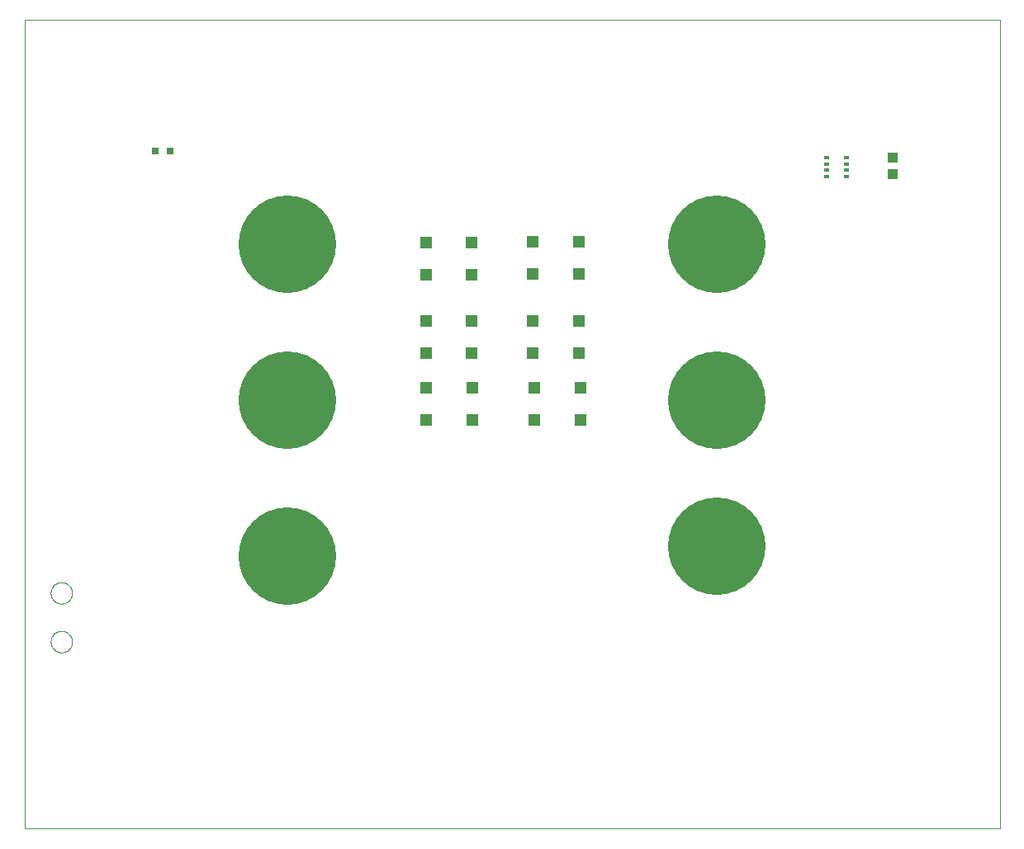
<source format=gtp>
G75*
%MOIN*%
%OFA0B0*%
%FSLAX25Y25*%
%IPPOS*%
%LPD*%
%AMOC8*
5,1,8,0,0,1.08239X$1,22.5*
%
%ADD10C,0.00000*%
%ADD11R,0.05118X0.04724*%
%ADD12R,0.03150X0.03150*%
%ADD13R,0.01969X0.01378*%
%ADD14R,0.03937X0.04331*%
%ADD15C,0.39370*%
D10*
X0009166Y0005337D02*
X0009166Y0332109D01*
X0402866Y0332109D01*
X0402866Y0005337D01*
X0009166Y0005337D01*
X0019795Y0080928D02*
X0019797Y0081059D01*
X0019803Y0081191D01*
X0019813Y0081322D01*
X0019827Y0081453D01*
X0019845Y0081583D01*
X0019867Y0081712D01*
X0019892Y0081841D01*
X0019922Y0081969D01*
X0019956Y0082096D01*
X0019993Y0082223D01*
X0020034Y0082347D01*
X0020079Y0082471D01*
X0020128Y0082593D01*
X0020180Y0082714D01*
X0020236Y0082832D01*
X0020296Y0082950D01*
X0020359Y0083065D01*
X0020426Y0083178D01*
X0020496Y0083290D01*
X0020569Y0083399D01*
X0020645Y0083505D01*
X0020725Y0083610D01*
X0020808Y0083712D01*
X0020894Y0083811D01*
X0020983Y0083908D01*
X0021075Y0084002D01*
X0021170Y0084093D01*
X0021267Y0084182D01*
X0021367Y0084267D01*
X0021470Y0084349D01*
X0021575Y0084428D01*
X0021682Y0084504D01*
X0021792Y0084576D01*
X0021904Y0084645D01*
X0022018Y0084711D01*
X0022133Y0084773D01*
X0022251Y0084832D01*
X0022370Y0084887D01*
X0022491Y0084939D01*
X0022614Y0084986D01*
X0022738Y0085030D01*
X0022863Y0085071D01*
X0022989Y0085107D01*
X0023117Y0085140D01*
X0023245Y0085168D01*
X0023374Y0085193D01*
X0023504Y0085214D01*
X0023634Y0085231D01*
X0023765Y0085244D01*
X0023896Y0085253D01*
X0024027Y0085258D01*
X0024159Y0085259D01*
X0024290Y0085256D01*
X0024422Y0085249D01*
X0024553Y0085238D01*
X0024683Y0085223D01*
X0024813Y0085204D01*
X0024943Y0085181D01*
X0025071Y0085155D01*
X0025199Y0085124D01*
X0025326Y0085089D01*
X0025452Y0085051D01*
X0025576Y0085009D01*
X0025700Y0084963D01*
X0025821Y0084913D01*
X0025941Y0084860D01*
X0026060Y0084803D01*
X0026177Y0084743D01*
X0026291Y0084679D01*
X0026404Y0084611D01*
X0026515Y0084540D01*
X0026624Y0084466D01*
X0026730Y0084389D01*
X0026834Y0084308D01*
X0026935Y0084225D01*
X0027034Y0084138D01*
X0027130Y0084048D01*
X0027223Y0083955D01*
X0027314Y0083860D01*
X0027401Y0083762D01*
X0027486Y0083661D01*
X0027567Y0083558D01*
X0027645Y0083452D01*
X0027720Y0083344D01*
X0027792Y0083234D01*
X0027860Y0083122D01*
X0027925Y0083008D01*
X0027986Y0082891D01*
X0028044Y0082773D01*
X0028098Y0082653D01*
X0028149Y0082532D01*
X0028196Y0082409D01*
X0028239Y0082285D01*
X0028278Y0082160D01*
X0028314Y0082033D01*
X0028345Y0081905D01*
X0028373Y0081777D01*
X0028397Y0081648D01*
X0028417Y0081518D01*
X0028433Y0081387D01*
X0028445Y0081256D01*
X0028453Y0081125D01*
X0028457Y0080994D01*
X0028457Y0080862D01*
X0028453Y0080731D01*
X0028445Y0080600D01*
X0028433Y0080469D01*
X0028417Y0080338D01*
X0028397Y0080208D01*
X0028373Y0080079D01*
X0028345Y0079951D01*
X0028314Y0079823D01*
X0028278Y0079696D01*
X0028239Y0079571D01*
X0028196Y0079447D01*
X0028149Y0079324D01*
X0028098Y0079203D01*
X0028044Y0079083D01*
X0027986Y0078965D01*
X0027925Y0078848D01*
X0027860Y0078734D01*
X0027792Y0078622D01*
X0027720Y0078512D01*
X0027645Y0078404D01*
X0027567Y0078298D01*
X0027486Y0078195D01*
X0027401Y0078094D01*
X0027314Y0077996D01*
X0027223Y0077901D01*
X0027130Y0077808D01*
X0027034Y0077718D01*
X0026935Y0077631D01*
X0026834Y0077548D01*
X0026730Y0077467D01*
X0026624Y0077390D01*
X0026515Y0077316D01*
X0026404Y0077245D01*
X0026292Y0077177D01*
X0026177Y0077113D01*
X0026060Y0077053D01*
X0025941Y0076996D01*
X0025821Y0076943D01*
X0025700Y0076893D01*
X0025576Y0076847D01*
X0025452Y0076805D01*
X0025326Y0076767D01*
X0025199Y0076732D01*
X0025071Y0076701D01*
X0024943Y0076675D01*
X0024813Y0076652D01*
X0024683Y0076633D01*
X0024553Y0076618D01*
X0024422Y0076607D01*
X0024290Y0076600D01*
X0024159Y0076597D01*
X0024027Y0076598D01*
X0023896Y0076603D01*
X0023765Y0076612D01*
X0023634Y0076625D01*
X0023504Y0076642D01*
X0023374Y0076663D01*
X0023245Y0076688D01*
X0023117Y0076716D01*
X0022989Y0076749D01*
X0022863Y0076785D01*
X0022738Y0076826D01*
X0022614Y0076870D01*
X0022491Y0076917D01*
X0022370Y0076969D01*
X0022251Y0077024D01*
X0022133Y0077083D01*
X0022018Y0077145D01*
X0021904Y0077211D01*
X0021792Y0077280D01*
X0021682Y0077352D01*
X0021575Y0077428D01*
X0021470Y0077507D01*
X0021367Y0077589D01*
X0021267Y0077674D01*
X0021170Y0077763D01*
X0021075Y0077854D01*
X0020983Y0077948D01*
X0020894Y0078045D01*
X0020808Y0078144D01*
X0020725Y0078246D01*
X0020645Y0078351D01*
X0020569Y0078457D01*
X0020496Y0078566D01*
X0020426Y0078678D01*
X0020359Y0078791D01*
X0020296Y0078906D01*
X0020236Y0079024D01*
X0020180Y0079142D01*
X0020128Y0079263D01*
X0020079Y0079385D01*
X0020034Y0079509D01*
X0019993Y0079633D01*
X0019956Y0079760D01*
X0019922Y0079887D01*
X0019892Y0080015D01*
X0019867Y0080144D01*
X0019845Y0080273D01*
X0019827Y0080403D01*
X0019813Y0080534D01*
X0019803Y0080665D01*
X0019797Y0080797D01*
X0019795Y0080928D01*
X0019795Y0100613D02*
X0019797Y0100744D01*
X0019803Y0100876D01*
X0019813Y0101007D01*
X0019827Y0101138D01*
X0019845Y0101268D01*
X0019867Y0101397D01*
X0019892Y0101526D01*
X0019922Y0101654D01*
X0019956Y0101781D01*
X0019993Y0101908D01*
X0020034Y0102032D01*
X0020079Y0102156D01*
X0020128Y0102278D01*
X0020180Y0102399D01*
X0020236Y0102517D01*
X0020296Y0102635D01*
X0020359Y0102750D01*
X0020426Y0102863D01*
X0020496Y0102975D01*
X0020569Y0103084D01*
X0020645Y0103190D01*
X0020725Y0103295D01*
X0020808Y0103397D01*
X0020894Y0103496D01*
X0020983Y0103593D01*
X0021075Y0103687D01*
X0021170Y0103778D01*
X0021267Y0103867D01*
X0021367Y0103952D01*
X0021470Y0104034D01*
X0021575Y0104113D01*
X0021682Y0104189D01*
X0021792Y0104261D01*
X0021904Y0104330D01*
X0022018Y0104396D01*
X0022133Y0104458D01*
X0022251Y0104517D01*
X0022370Y0104572D01*
X0022491Y0104624D01*
X0022614Y0104671D01*
X0022738Y0104715D01*
X0022863Y0104756D01*
X0022989Y0104792D01*
X0023117Y0104825D01*
X0023245Y0104853D01*
X0023374Y0104878D01*
X0023504Y0104899D01*
X0023634Y0104916D01*
X0023765Y0104929D01*
X0023896Y0104938D01*
X0024027Y0104943D01*
X0024159Y0104944D01*
X0024290Y0104941D01*
X0024422Y0104934D01*
X0024553Y0104923D01*
X0024683Y0104908D01*
X0024813Y0104889D01*
X0024943Y0104866D01*
X0025071Y0104840D01*
X0025199Y0104809D01*
X0025326Y0104774D01*
X0025452Y0104736D01*
X0025576Y0104694D01*
X0025700Y0104648D01*
X0025821Y0104598D01*
X0025941Y0104545D01*
X0026060Y0104488D01*
X0026177Y0104428D01*
X0026291Y0104364D01*
X0026404Y0104296D01*
X0026515Y0104225D01*
X0026624Y0104151D01*
X0026730Y0104074D01*
X0026834Y0103993D01*
X0026935Y0103910D01*
X0027034Y0103823D01*
X0027130Y0103733D01*
X0027223Y0103640D01*
X0027314Y0103545D01*
X0027401Y0103447D01*
X0027486Y0103346D01*
X0027567Y0103243D01*
X0027645Y0103137D01*
X0027720Y0103029D01*
X0027792Y0102919D01*
X0027860Y0102807D01*
X0027925Y0102693D01*
X0027986Y0102576D01*
X0028044Y0102458D01*
X0028098Y0102338D01*
X0028149Y0102217D01*
X0028196Y0102094D01*
X0028239Y0101970D01*
X0028278Y0101845D01*
X0028314Y0101718D01*
X0028345Y0101590D01*
X0028373Y0101462D01*
X0028397Y0101333D01*
X0028417Y0101203D01*
X0028433Y0101072D01*
X0028445Y0100941D01*
X0028453Y0100810D01*
X0028457Y0100679D01*
X0028457Y0100547D01*
X0028453Y0100416D01*
X0028445Y0100285D01*
X0028433Y0100154D01*
X0028417Y0100023D01*
X0028397Y0099893D01*
X0028373Y0099764D01*
X0028345Y0099636D01*
X0028314Y0099508D01*
X0028278Y0099381D01*
X0028239Y0099256D01*
X0028196Y0099132D01*
X0028149Y0099009D01*
X0028098Y0098888D01*
X0028044Y0098768D01*
X0027986Y0098650D01*
X0027925Y0098533D01*
X0027860Y0098419D01*
X0027792Y0098307D01*
X0027720Y0098197D01*
X0027645Y0098089D01*
X0027567Y0097983D01*
X0027486Y0097880D01*
X0027401Y0097779D01*
X0027314Y0097681D01*
X0027223Y0097586D01*
X0027130Y0097493D01*
X0027034Y0097403D01*
X0026935Y0097316D01*
X0026834Y0097233D01*
X0026730Y0097152D01*
X0026624Y0097075D01*
X0026515Y0097001D01*
X0026404Y0096930D01*
X0026292Y0096862D01*
X0026177Y0096798D01*
X0026060Y0096738D01*
X0025941Y0096681D01*
X0025821Y0096628D01*
X0025700Y0096578D01*
X0025576Y0096532D01*
X0025452Y0096490D01*
X0025326Y0096452D01*
X0025199Y0096417D01*
X0025071Y0096386D01*
X0024943Y0096360D01*
X0024813Y0096337D01*
X0024683Y0096318D01*
X0024553Y0096303D01*
X0024422Y0096292D01*
X0024290Y0096285D01*
X0024159Y0096282D01*
X0024027Y0096283D01*
X0023896Y0096288D01*
X0023765Y0096297D01*
X0023634Y0096310D01*
X0023504Y0096327D01*
X0023374Y0096348D01*
X0023245Y0096373D01*
X0023117Y0096401D01*
X0022989Y0096434D01*
X0022863Y0096470D01*
X0022738Y0096511D01*
X0022614Y0096555D01*
X0022491Y0096602D01*
X0022370Y0096654D01*
X0022251Y0096709D01*
X0022133Y0096768D01*
X0022018Y0096830D01*
X0021904Y0096896D01*
X0021792Y0096965D01*
X0021682Y0097037D01*
X0021575Y0097113D01*
X0021470Y0097192D01*
X0021367Y0097274D01*
X0021267Y0097359D01*
X0021170Y0097448D01*
X0021075Y0097539D01*
X0020983Y0097633D01*
X0020894Y0097730D01*
X0020808Y0097829D01*
X0020725Y0097931D01*
X0020645Y0098036D01*
X0020569Y0098142D01*
X0020496Y0098251D01*
X0020426Y0098363D01*
X0020359Y0098476D01*
X0020296Y0098591D01*
X0020236Y0098709D01*
X0020180Y0098827D01*
X0020128Y0098948D01*
X0020079Y0099070D01*
X0020034Y0099194D01*
X0019993Y0099318D01*
X0019956Y0099445D01*
X0019922Y0099572D01*
X0019892Y0099700D01*
X0019867Y0099829D01*
X0019845Y0099958D01*
X0019827Y0100088D01*
X0019813Y0100219D01*
X0019803Y0100350D01*
X0019797Y0100482D01*
X0019795Y0100613D01*
D11*
X0171370Y0170613D03*
X0171370Y0183605D03*
X0171174Y0197660D03*
X0171174Y0210652D03*
X0189678Y0210652D03*
X0189678Y0197660D03*
X0189874Y0183605D03*
X0189874Y0170613D03*
X0215111Y0170613D03*
X0215111Y0183605D03*
X0214481Y0197660D03*
X0214481Y0210652D03*
X0232985Y0210652D03*
X0232985Y0197660D03*
X0233615Y0183605D03*
X0233615Y0170613D03*
X0232985Y0229550D03*
X0232985Y0242542D03*
X0214481Y0242542D03*
X0214481Y0229550D03*
X0189678Y0229156D03*
X0189678Y0242148D03*
X0171174Y0242148D03*
X0171174Y0229156D03*
D12*
X0067959Y0279093D03*
X0062053Y0279093D03*
D13*
X0332979Y0276471D03*
X0332979Y0273912D03*
X0332979Y0271353D03*
X0332979Y0268794D03*
X0341050Y0268794D03*
X0341050Y0271353D03*
X0341050Y0273912D03*
X0341050Y0276471D03*
D14*
X0359559Y0276400D03*
X0359559Y0269707D03*
D15*
X0288693Y0241557D03*
X0288693Y0178565D03*
X0288693Y0119510D03*
X0115465Y0115573D03*
X0115465Y0178565D03*
X0115465Y0241557D03*
M02*

</source>
